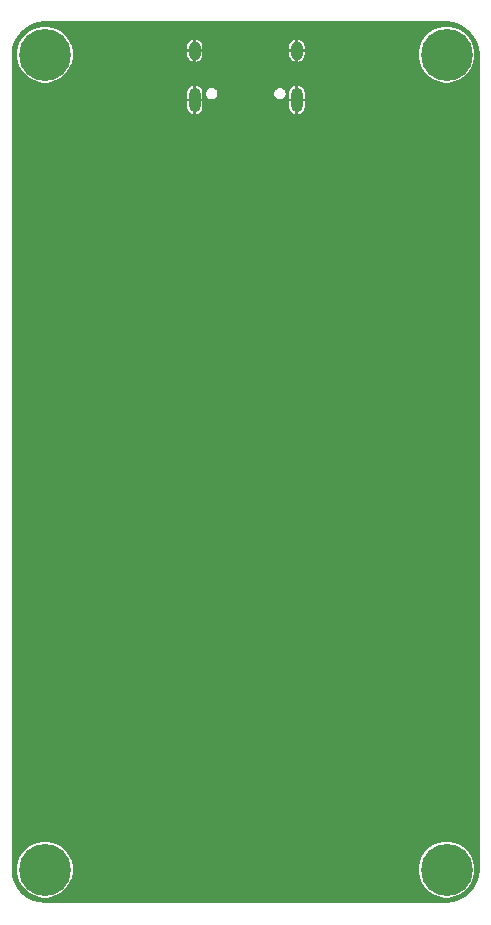
<source format=gbr>
G04 #@! TF.GenerationSoftware,KiCad,Pcbnew,(5.1.5-0-10_14)*
G04 #@! TF.CreationDate,2020-06-19T22:14:24+03:00*
G04 #@! TF.ProjectId,Rev.1,5265762e-312e-46b6-9963-61645f706362,1*
G04 #@! TF.SameCoordinates,PX839b680PY839b680*
G04 #@! TF.FileFunction,Copper,L2,Bot*
G04 #@! TF.FilePolarity,Positive*
%FSLAX46Y46*%
G04 Gerber Fmt 4.6, Leading zero omitted, Abs format (unit mm)*
G04 Created by KiCad (PCBNEW (5.1.5-0-10_14)) date 2020-06-19 22:14:24*
%MOMM*%
%LPD*%
G04 APERTURE LIST*
%ADD10C,4.400000*%
%ADD11C,0.700000*%
%ADD12O,1.000000X2.100000*%
%ADD13O,1.000000X1.600000*%
%ADD14C,0.160000*%
G04 APERTURE END LIST*
D10*
X3000000Y72000000D03*
D11*
X4650000Y72000000D03*
X4166726Y70833274D03*
X3000000Y70350000D03*
X1833274Y70833274D03*
X1350000Y72000000D03*
X1833274Y73166726D03*
X3000000Y73650000D03*
X4166726Y73166726D03*
X4166726Y4166726D03*
X3000000Y4650000D03*
X1833274Y4166726D03*
X1350000Y3000000D03*
X1833274Y1833274D03*
X3000000Y1350000D03*
X4166726Y1833274D03*
X4650000Y3000000D03*
D10*
X3000000Y3000000D03*
X37000000Y3000000D03*
D11*
X38650000Y3000000D03*
X38166726Y1833274D03*
X37000000Y1350000D03*
X35833274Y1833274D03*
X35350000Y3000000D03*
X35833274Y4166726D03*
X37000000Y4650000D03*
X38166726Y4166726D03*
X38166726Y73166726D03*
X37000000Y73650000D03*
X35833274Y73166726D03*
X35350000Y72000000D03*
X35833274Y70833274D03*
X37000000Y70350000D03*
X38166726Y70833274D03*
X38650000Y72000000D03*
D10*
X37000000Y72000000D03*
D12*
X15680000Y68170000D03*
X24320000Y68170000D03*
D13*
X24320000Y72350000D03*
X15680000Y72350000D03*
D14*
G36*
X37530982Y74681666D02*
G01*
X38041745Y74527458D01*
X38512821Y74276983D01*
X38926280Y73939774D01*
X39266364Y73528683D01*
X39520123Y73059365D01*
X39677894Y72549689D01*
X39734976Y72006595D01*
X39735001Y71999363D01*
X39735000Y3012958D01*
X39681666Y2469018D01*
X39527458Y1958255D01*
X39276981Y1487177D01*
X38939774Y1073720D01*
X38528683Y733636D01*
X38059365Y479877D01*
X37549689Y322106D01*
X37006595Y265024D01*
X36999650Y265000D01*
X3012958Y265000D01*
X2469018Y318334D01*
X1958255Y472542D01*
X1487177Y723019D01*
X1073720Y1060226D01*
X733636Y1471317D01*
X479877Y1940635D01*
X322106Y2450311D01*
X265024Y2993405D01*
X265000Y3000350D01*
X265000Y3240319D01*
X560000Y3240319D01*
X560000Y2759681D01*
X653768Y2288278D01*
X837700Y1844227D01*
X1104728Y1444591D01*
X1444591Y1104728D01*
X1844227Y837700D01*
X2288278Y653768D01*
X2759681Y560000D01*
X3240319Y560000D01*
X3711722Y653768D01*
X4155773Y837700D01*
X4555409Y1104728D01*
X4895272Y1444591D01*
X5162300Y1844227D01*
X5346232Y2288278D01*
X5440000Y2759681D01*
X5440000Y3240319D01*
X34560000Y3240319D01*
X34560000Y2759681D01*
X34653768Y2288278D01*
X34837700Y1844227D01*
X35104728Y1444591D01*
X35444591Y1104728D01*
X35844227Y837700D01*
X36288278Y653768D01*
X36759681Y560000D01*
X37240319Y560000D01*
X37711722Y653768D01*
X38155773Y837700D01*
X38555409Y1104728D01*
X38895272Y1444591D01*
X39162300Y1844227D01*
X39346232Y2288278D01*
X39440000Y2759681D01*
X39440000Y3240319D01*
X39346232Y3711722D01*
X39162300Y4155773D01*
X38895272Y4555409D01*
X38555409Y4895272D01*
X38155773Y5162300D01*
X37711722Y5346232D01*
X37240319Y5440000D01*
X36759681Y5440000D01*
X36288278Y5346232D01*
X35844227Y5162300D01*
X35444591Y4895272D01*
X35104728Y4555409D01*
X34837700Y4155773D01*
X34653768Y3711722D01*
X34560000Y3240319D01*
X5440000Y3240319D01*
X5346232Y3711722D01*
X5162300Y4155773D01*
X4895272Y4555409D01*
X4555409Y4895272D01*
X4155773Y5162300D01*
X3711722Y5346232D01*
X3240319Y5440000D01*
X2759681Y5440000D01*
X2288278Y5346232D01*
X1844227Y5162300D01*
X1444591Y4895272D01*
X1104728Y4555409D01*
X837700Y4155773D01*
X653768Y3711722D01*
X560000Y3240319D01*
X265000Y3240319D01*
X265000Y68140000D01*
X14940000Y68140000D01*
X14940000Y67590000D01*
X14960072Y67446210D01*
X15007810Y67309098D01*
X15081380Y67183934D01*
X15177955Y67075528D01*
X15293823Y66988046D01*
X15424531Y66924849D01*
X15534703Y66894404D01*
X15650000Y66940662D01*
X15650000Y68140000D01*
X15710000Y68140000D01*
X15710000Y66940662D01*
X15825297Y66894404D01*
X15935469Y66924849D01*
X16066177Y66988046D01*
X16182045Y67075528D01*
X16278620Y67183934D01*
X16352190Y67309098D01*
X16399928Y67446210D01*
X16420000Y67590000D01*
X16420000Y68140000D01*
X15710000Y68140000D01*
X15650000Y68140000D01*
X14940000Y68140000D01*
X265000Y68140000D01*
X265000Y68750000D01*
X14940000Y68750000D01*
X14940000Y68200000D01*
X15650000Y68200000D01*
X15650000Y69399338D01*
X15710000Y69399338D01*
X15710000Y68200000D01*
X16420000Y68200000D01*
X16420000Y68750000D01*
X16419212Y68755648D01*
X16545000Y68755648D01*
X16545000Y68644352D01*
X16566712Y68535196D01*
X16609303Y68432372D01*
X16671136Y68339833D01*
X16749833Y68261136D01*
X16842372Y68199303D01*
X16945196Y68156712D01*
X17054352Y68135000D01*
X17165648Y68135000D01*
X17274804Y68156712D01*
X17377628Y68199303D01*
X17470167Y68261136D01*
X17548864Y68339833D01*
X17610697Y68432372D01*
X17653288Y68535196D01*
X17675000Y68644352D01*
X17675000Y68755648D01*
X22325000Y68755648D01*
X22325000Y68644352D01*
X22346712Y68535196D01*
X22389303Y68432372D01*
X22451136Y68339833D01*
X22529833Y68261136D01*
X22622372Y68199303D01*
X22725196Y68156712D01*
X22834352Y68135000D01*
X22945648Y68135000D01*
X22970785Y68140000D01*
X23580000Y68140000D01*
X23580000Y67590000D01*
X23600072Y67446210D01*
X23647810Y67309098D01*
X23721380Y67183934D01*
X23817955Y67075528D01*
X23933823Y66988046D01*
X24064531Y66924849D01*
X24174703Y66894404D01*
X24290000Y66940662D01*
X24290000Y68140000D01*
X24350000Y68140000D01*
X24350000Y66940662D01*
X24465297Y66894404D01*
X24575469Y66924849D01*
X24706177Y66988046D01*
X24822045Y67075528D01*
X24918620Y67183934D01*
X24992190Y67309098D01*
X25039928Y67446210D01*
X25060000Y67590000D01*
X25060000Y68140000D01*
X24350000Y68140000D01*
X24290000Y68140000D01*
X23580000Y68140000D01*
X22970785Y68140000D01*
X23054804Y68156712D01*
X23157628Y68199303D01*
X23250167Y68261136D01*
X23328864Y68339833D01*
X23390697Y68432372D01*
X23433288Y68535196D01*
X23455000Y68644352D01*
X23455000Y68750000D01*
X23580000Y68750000D01*
X23580000Y68200000D01*
X24290000Y68200000D01*
X24290000Y69399338D01*
X24350000Y69399338D01*
X24350000Y68200000D01*
X25060000Y68200000D01*
X25060000Y68750000D01*
X25039928Y68893790D01*
X24992190Y69030902D01*
X24918620Y69156066D01*
X24822045Y69264472D01*
X24706177Y69351954D01*
X24575469Y69415151D01*
X24465297Y69445596D01*
X24350000Y69399338D01*
X24290000Y69399338D01*
X24174703Y69445596D01*
X24064531Y69415151D01*
X23933823Y69351954D01*
X23817955Y69264472D01*
X23721380Y69156066D01*
X23647810Y69030902D01*
X23600072Y68893790D01*
X23580000Y68750000D01*
X23455000Y68750000D01*
X23455000Y68755648D01*
X23433288Y68864804D01*
X23390697Y68967628D01*
X23328864Y69060167D01*
X23250167Y69138864D01*
X23157628Y69200697D01*
X23054804Y69243288D01*
X22945648Y69265000D01*
X22834352Y69265000D01*
X22725196Y69243288D01*
X22622372Y69200697D01*
X22529833Y69138864D01*
X22451136Y69060167D01*
X22389303Y68967628D01*
X22346712Y68864804D01*
X22325000Y68755648D01*
X17675000Y68755648D01*
X17653288Y68864804D01*
X17610697Y68967628D01*
X17548864Y69060167D01*
X17470167Y69138864D01*
X17377628Y69200697D01*
X17274804Y69243288D01*
X17165648Y69265000D01*
X17054352Y69265000D01*
X16945196Y69243288D01*
X16842372Y69200697D01*
X16749833Y69138864D01*
X16671136Y69060167D01*
X16609303Y68967628D01*
X16566712Y68864804D01*
X16545000Y68755648D01*
X16419212Y68755648D01*
X16399928Y68893790D01*
X16352190Y69030902D01*
X16278620Y69156066D01*
X16182045Y69264472D01*
X16066177Y69351954D01*
X15935469Y69415151D01*
X15825297Y69445596D01*
X15710000Y69399338D01*
X15650000Y69399338D01*
X15534703Y69445596D01*
X15424531Y69415151D01*
X15293823Y69351954D01*
X15177955Y69264472D01*
X15081380Y69156066D01*
X15007810Y69030902D01*
X14960072Y68893790D01*
X14940000Y68750000D01*
X265000Y68750000D01*
X265000Y71987041D01*
X289834Y72240319D01*
X560000Y72240319D01*
X560000Y71759681D01*
X653768Y71288278D01*
X837700Y70844227D01*
X1104728Y70444591D01*
X1444591Y70104728D01*
X1844227Y69837700D01*
X2288278Y69653768D01*
X2759681Y69560000D01*
X3240319Y69560000D01*
X3711722Y69653768D01*
X4155773Y69837700D01*
X4555409Y70104728D01*
X4895272Y70444591D01*
X5162300Y70844227D01*
X5346232Y71288278D01*
X5440000Y71759681D01*
X5440000Y72240319D01*
X5424151Y72320000D01*
X14940000Y72320000D01*
X14940000Y72020000D01*
X14960072Y71876210D01*
X15007810Y71739098D01*
X15081380Y71613934D01*
X15177955Y71505528D01*
X15293823Y71418046D01*
X15424531Y71354849D01*
X15534703Y71324404D01*
X15650000Y71370662D01*
X15650000Y72320000D01*
X15710000Y72320000D01*
X15710000Y71370662D01*
X15825297Y71324404D01*
X15935469Y71354849D01*
X16066177Y71418046D01*
X16182045Y71505528D01*
X16278620Y71613934D01*
X16352190Y71739098D01*
X16399928Y71876210D01*
X16420000Y72020000D01*
X16420000Y72320000D01*
X23580000Y72320000D01*
X23580000Y72020000D01*
X23600072Y71876210D01*
X23647810Y71739098D01*
X23721380Y71613934D01*
X23817955Y71505528D01*
X23933823Y71418046D01*
X24064531Y71354849D01*
X24174703Y71324404D01*
X24290000Y71370662D01*
X24290000Y72320000D01*
X24350000Y72320000D01*
X24350000Y71370662D01*
X24465297Y71324404D01*
X24575469Y71354849D01*
X24706177Y71418046D01*
X24822045Y71505528D01*
X24918620Y71613934D01*
X24992190Y71739098D01*
X25039928Y71876210D01*
X25060000Y72020000D01*
X25060000Y72240319D01*
X34560000Y72240319D01*
X34560000Y71759681D01*
X34653768Y71288278D01*
X34837700Y70844227D01*
X35104728Y70444591D01*
X35444591Y70104728D01*
X35844227Y69837700D01*
X36288278Y69653768D01*
X36759681Y69560000D01*
X37240319Y69560000D01*
X37711722Y69653768D01*
X38155773Y69837700D01*
X38555409Y70104728D01*
X38895272Y70444591D01*
X39162300Y70844227D01*
X39346232Y71288278D01*
X39440000Y71759681D01*
X39440000Y72240319D01*
X39346232Y72711722D01*
X39162300Y73155773D01*
X38895272Y73555409D01*
X38555409Y73895272D01*
X38155773Y74162300D01*
X37711722Y74346232D01*
X37240319Y74440000D01*
X36759681Y74440000D01*
X36288278Y74346232D01*
X35844227Y74162300D01*
X35444591Y73895272D01*
X35104728Y73555409D01*
X34837700Y73155773D01*
X34653768Y72711722D01*
X34560000Y72240319D01*
X25060000Y72240319D01*
X25060000Y72320000D01*
X24350000Y72320000D01*
X24290000Y72320000D01*
X23580000Y72320000D01*
X16420000Y72320000D01*
X15710000Y72320000D01*
X15650000Y72320000D01*
X14940000Y72320000D01*
X5424151Y72320000D01*
X5352542Y72680000D01*
X14940000Y72680000D01*
X14940000Y72380000D01*
X15650000Y72380000D01*
X15650000Y73329338D01*
X15710000Y73329338D01*
X15710000Y72380000D01*
X16420000Y72380000D01*
X16420000Y72680000D01*
X23580000Y72680000D01*
X23580000Y72380000D01*
X24290000Y72380000D01*
X24290000Y73329338D01*
X24350000Y73329338D01*
X24350000Y72380000D01*
X25060000Y72380000D01*
X25060000Y72680000D01*
X25039928Y72823790D01*
X24992190Y72960902D01*
X24918620Y73086066D01*
X24822045Y73194472D01*
X24706177Y73281954D01*
X24575469Y73345151D01*
X24465297Y73375596D01*
X24350000Y73329338D01*
X24290000Y73329338D01*
X24174703Y73375596D01*
X24064531Y73345151D01*
X23933823Y73281954D01*
X23817955Y73194472D01*
X23721380Y73086066D01*
X23647810Y72960902D01*
X23600072Y72823790D01*
X23580000Y72680000D01*
X16420000Y72680000D01*
X16399928Y72823790D01*
X16352190Y72960902D01*
X16278620Y73086066D01*
X16182045Y73194472D01*
X16066177Y73281954D01*
X15935469Y73345151D01*
X15825297Y73375596D01*
X15710000Y73329338D01*
X15650000Y73329338D01*
X15534703Y73375596D01*
X15424531Y73345151D01*
X15293823Y73281954D01*
X15177955Y73194472D01*
X15081380Y73086066D01*
X15007810Y72960902D01*
X14960072Y72823790D01*
X14940000Y72680000D01*
X5352542Y72680000D01*
X5346232Y72711722D01*
X5162300Y73155773D01*
X4895272Y73555409D01*
X4555409Y73895272D01*
X4155773Y74162300D01*
X3711722Y74346232D01*
X3240319Y74440000D01*
X2759681Y74440000D01*
X2288278Y74346232D01*
X1844227Y74162300D01*
X1444591Y73895272D01*
X1104728Y73555409D01*
X837700Y73155773D01*
X653768Y72711722D01*
X560000Y72240319D01*
X289834Y72240319D01*
X318334Y72530982D01*
X472542Y73041745D01*
X723017Y73512821D01*
X1060226Y73926280D01*
X1471317Y74266364D01*
X1940635Y74520123D01*
X2450311Y74677894D01*
X2993405Y74734976D01*
X3000350Y74735000D01*
X36987041Y74735000D01*
X37530982Y74681666D01*
G37*
X37530982Y74681666D02*
X38041745Y74527458D01*
X38512821Y74276983D01*
X38926280Y73939774D01*
X39266364Y73528683D01*
X39520123Y73059365D01*
X39677894Y72549689D01*
X39734976Y72006595D01*
X39735001Y71999363D01*
X39735000Y3012958D01*
X39681666Y2469018D01*
X39527458Y1958255D01*
X39276981Y1487177D01*
X38939774Y1073720D01*
X38528683Y733636D01*
X38059365Y479877D01*
X37549689Y322106D01*
X37006595Y265024D01*
X36999650Y265000D01*
X3012958Y265000D01*
X2469018Y318334D01*
X1958255Y472542D01*
X1487177Y723019D01*
X1073720Y1060226D01*
X733636Y1471317D01*
X479877Y1940635D01*
X322106Y2450311D01*
X265024Y2993405D01*
X265000Y3000350D01*
X265000Y3240319D01*
X560000Y3240319D01*
X560000Y2759681D01*
X653768Y2288278D01*
X837700Y1844227D01*
X1104728Y1444591D01*
X1444591Y1104728D01*
X1844227Y837700D01*
X2288278Y653768D01*
X2759681Y560000D01*
X3240319Y560000D01*
X3711722Y653768D01*
X4155773Y837700D01*
X4555409Y1104728D01*
X4895272Y1444591D01*
X5162300Y1844227D01*
X5346232Y2288278D01*
X5440000Y2759681D01*
X5440000Y3240319D01*
X34560000Y3240319D01*
X34560000Y2759681D01*
X34653768Y2288278D01*
X34837700Y1844227D01*
X35104728Y1444591D01*
X35444591Y1104728D01*
X35844227Y837700D01*
X36288278Y653768D01*
X36759681Y560000D01*
X37240319Y560000D01*
X37711722Y653768D01*
X38155773Y837700D01*
X38555409Y1104728D01*
X38895272Y1444591D01*
X39162300Y1844227D01*
X39346232Y2288278D01*
X39440000Y2759681D01*
X39440000Y3240319D01*
X39346232Y3711722D01*
X39162300Y4155773D01*
X38895272Y4555409D01*
X38555409Y4895272D01*
X38155773Y5162300D01*
X37711722Y5346232D01*
X37240319Y5440000D01*
X36759681Y5440000D01*
X36288278Y5346232D01*
X35844227Y5162300D01*
X35444591Y4895272D01*
X35104728Y4555409D01*
X34837700Y4155773D01*
X34653768Y3711722D01*
X34560000Y3240319D01*
X5440000Y3240319D01*
X5346232Y3711722D01*
X5162300Y4155773D01*
X4895272Y4555409D01*
X4555409Y4895272D01*
X4155773Y5162300D01*
X3711722Y5346232D01*
X3240319Y5440000D01*
X2759681Y5440000D01*
X2288278Y5346232D01*
X1844227Y5162300D01*
X1444591Y4895272D01*
X1104728Y4555409D01*
X837700Y4155773D01*
X653768Y3711722D01*
X560000Y3240319D01*
X265000Y3240319D01*
X265000Y68140000D01*
X14940000Y68140000D01*
X14940000Y67590000D01*
X14960072Y67446210D01*
X15007810Y67309098D01*
X15081380Y67183934D01*
X15177955Y67075528D01*
X15293823Y66988046D01*
X15424531Y66924849D01*
X15534703Y66894404D01*
X15650000Y66940662D01*
X15650000Y68140000D01*
X15710000Y68140000D01*
X15710000Y66940662D01*
X15825297Y66894404D01*
X15935469Y66924849D01*
X16066177Y66988046D01*
X16182045Y67075528D01*
X16278620Y67183934D01*
X16352190Y67309098D01*
X16399928Y67446210D01*
X16420000Y67590000D01*
X16420000Y68140000D01*
X15710000Y68140000D01*
X15650000Y68140000D01*
X14940000Y68140000D01*
X265000Y68140000D01*
X265000Y68750000D01*
X14940000Y68750000D01*
X14940000Y68200000D01*
X15650000Y68200000D01*
X15650000Y69399338D01*
X15710000Y69399338D01*
X15710000Y68200000D01*
X16420000Y68200000D01*
X16420000Y68750000D01*
X16419212Y68755648D01*
X16545000Y68755648D01*
X16545000Y68644352D01*
X16566712Y68535196D01*
X16609303Y68432372D01*
X16671136Y68339833D01*
X16749833Y68261136D01*
X16842372Y68199303D01*
X16945196Y68156712D01*
X17054352Y68135000D01*
X17165648Y68135000D01*
X17274804Y68156712D01*
X17377628Y68199303D01*
X17470167Y68261136D01*
X17548864Y68339833D01*
X17610697Y68432372D01*
X17653288Y68535196D01*
X17675000Y68644352D01*
X17675000Y68755648D01*
X22325000Y68755648D01*
X22325000Y68644352D01*
X22346712Y68535196D01*
X22389303Y68432372D01*
X22451136Y68339833D01*
X22529833Y68261136D01*
X22622372Y68199303D01*
X22725196Y68156712D01*
X22834352Y68135000D01*
X22945648Y68135000D01*
X22970785Y68140000D01*
X23580000Y68140000D01*
X23580000Y67590000D01*
X23600072Y67446210D01*
X23647810Y67309098D01*
X23721380Y67183934D01*
X23817955Y67075528D01*
X23933823Y66988046D01*
X24064531Y66924849D01*
X24174703Y66894404D01*
X24290000Y66940662D01*
X24290000Y68140000D01*
X24350000Y68140000D01*
X24350000Y66940662D01*
X24465297Y66894404D01*
X24575469Y66924849D01*
X24706177Y66988046D01*
X24822045Y67075528D01*
X24918620Y67183934D01*
X24992190Y67309098D01*
X25039928Y67446210D01*
X25060000Y67590000D01*
X25060000Y68140000D01*
X24350000Y68140000D01*
X24290000Y68140000D01*
X23580000Y68140000D01*
X22970785Y68140000D01*
X23054804Y68156712D01*
X23157628Y68199303D01*
X23250167Y68261136D01*
X23328864Y68339833D01*
X23390697Y68432372D01*
X23433288Y68535196D01*
X23455000Y68644352D01*
X23455000Y68750000D01*
X23580000Y68750000D01*
X23580000Y68200000D01*
X24290000Y68200000D01*
X24290000Y69399338D01*
X24350000Y69399338D01*
X24350000Y68200000D01*
X25060000Y68200000D01*
X25060000Y68750000D01*
X25039928Y68893790D01*
X24992190Y69030902D01*
X24918620Y69156066D01*
X24822045Y69264472D01*
X24706177Y69351954D01*
X24575469Y69415151D01*
X24465297Y69445596D01*
X24350000Y69399338D01*
X24290000Y69399338D01*
X24174703Y69445596D01*
X24064531Y69415151D01*
X23933823Y69351954D01*
X23817955Y69264472D01*
X23721380Y69156066D01*
X23647810Y69030902D01*
X23600072Y68893790D01*
X23580000Y68750000D01*
X23455000Y68750000D01*
X23455000Y68755648D01*
X23433288Y68864804D01*
X23390697Y68967628D01*
X23328864Y69060167D01*
X23250167Y69138864D01*
X23157628Y69200697D01*
X23054804Y69243288D01*
X22945648Y69265000D01*
X22834352Y69265000D01*
X22725196Y69243288D01*
X22622372Y69200697D01*
X22529833Y69138864D01*
X22451136Y69060167D01*
X22389303Y68967628D01*
X22346712Y68864804D01*
X22325000Y68755648D01*
X17675000Y68755648D01*
X17653288Y68864804D01*
X17610697Y68967628D01*
X17548864Y69060167D01*
X17470167Y69138864D01*
X17377628Y69200697D01*
X17274804Y69243288D01*
X17165648Y69265000D01*
X17054352Y69265000D01*
X16945196Y69243288D01*
X16842372Y69200697D01*
X16749833Y69138864D01*
X16671136Y69060167D01*
X16609303Y68967628D01*
X16566712Y68864804D01*
X16545000Y68755648D01*
X16419212Y68755648D01*
X16399928Y68893790D01*
X16352190Y69030902D01*
X16278620Y69156066D01*
X16182045Y69264472D01*
X16066177Y69351954D01*
X15935469Y69415151D01*
X15825297Y69445596D01*
X15710000Y69399338D01*
X15650000Y69399338D01*
X15534703Y69445596D01*
X15424531Y69415151D01*
X15293823Y69351954D01*
X15177955Y69264472D01*
X15081380Y69156066D01*
X15007810Y69030902D01*
X14960072Y68893790D01*
X14940000Y68750000D01*
X265000Y68750000D01*
X265000Y71987041D01*
X289834Y72240319D01*
X560000Y72240319D01*
X560000Y71759681D01*
X653768Y71288278D01*
X837700Y70844227D01*
X1104728Y70444591D01*
X1444591Y70104728D01*
X1844227Y69837700D01*
X2288278Y69653768D01*
X2759681Y69560000D01*
X3240319Y69560000D01*
X3711722Y69653768D01*
X4155773Y69837700D01*
X4555409Y70104728D01*
X4895272Y70444591D01*
X5162300Y70844227D01*
X5346232Y71288278D01*
X5440000Y71759681D01*
X5440000Y72240319D01*
X5424151Y72320000D01*
X14940000Y72320000D01*
X14940000Y72020000D01*
X14960072Y71876210D01*
X15007810Y71739098D01*
X15081380Y71613934D01*
X15177955Y71505528D01*
X15293823Y71418046D01*
X15424531Y71354849D01*
X15534703Y71324404D01*
X15650000Y71370662D01*
X15650000Y72320000D01*
X15710000Y72320000D01*
X15710000Y71370662D01*
X15825297Y71324404D01*
X15935469Y71354849D01*
X16066177Y71418046D01*
X16182045Y71505528D01*
X16278620Y71613934D01*
X16352190Y71739098D01*
X16399928Y71876210D01*
X16420000Y72020000D01*
X16420000Y72320000D01*
X23580000Y72320000D01*
X23580000Y72020000D01*
X23600072Y71876210D01*
X23647810Y71739098D01*
X23721380Y71613934D01*
X23817955Y71505528D01*
X23933823Y71418046D01*
X24064531Y71354849D01*
X24174703Y71324404D01*
X24290000Y71370662D01*
X24290000Y72320000D01*
X24350000Y72320000D01*
X24350000Y71370662D01*
X24465297Y71324404D01*
X24575469Y71354849D01*
X24706177Y71418046D01*
X24822045Y71505528D01*
X24918620Y71613934D01*
X24992190Y71739098D01*
X25039928Y71876210D01*
X25060000Y72020000D01*
X25060000Y72240319D01*
X34560000Y72240319D01*
X34560000Y71759681D01*
X34653768Y71288278D01*
X34837700Y70844227D01*
X35104728Y70444591D01*
X35444591Y70104728D01*
X35844227Y69837700D01*
X36288278Y69653768D01*
X36759681Y69560000D01*
X37240319Y69560000D01*
X37711722Y69653768D01*
X38155773Y69837700D01*
X38555409Y70104728D01*
X38895272Y70444591D01*
X39162300Y70844227D01*
X39346232Y71288278D01*
X39440000Y71759681D01*
X39440000Y72240319D01*
X39346232Y72711722D01*
X39162300Y73155773D01*
X38895272Y73555409D01*
X38555409Y73895272D01*
X38155773Y74162300D01*
X37711722Y74346232D01*
X37240319Y74440000D01*
X36759681Y74440000D01*
X36288278Y74346232D01*
X35844227Y74162300D01*
X35444591Y73895272D01*
X35104728Y73555409D01*
X34837700Y73155773D01*
X34653768Y72711722D01*
X34560000Y72240319D01*
X25060000Y72240319D01*
X25060000Y72320000D01*
X24350000Y72320000D01*
X24290000Y72320000D01*
X23580000Y72320000D01*
X16420000Y72320000D01*
X15710000Y72320000D01*
X15650000Y72320000D01*
X14940000Y72320000D01*
X5424151Y72320000D01*
X5352542Y72680000D01*
X14940000Y72680000D01*
X14940000Y72380000D01*
X15650000Y72380000D01*
X15650000Y73329338D01*
X15710000Y73329338D01*
X15710000Y72380000D01*
X16420000Y72380000D01*
X16420000Y72680000D01*
X23580000Y72680000D01*
X23580000Y72380000D01*
X24290000Y72380000D01*
X24290000Y73329338D01*
X24350000Y73329338D01*
X24350000Y72380000D01*
X25060000Y72380000D01*
X25060000Y72680000D01*
X25039928Y72823790D01*
X24992190Y72960902D01*
X24918620Y73086066D01*
X24822045Y73194472D01*
X24706177Y73281954D01*
X24575469Y73345151D01*
X24465297Y73375596D01*
X24350000Y73329338D01*
X24290000Y73329338D01*
X24174703Y73375596D01*
X24064531Y73345151D01*
X23933823Y73281954D01*
X23817955Y73194472D01*
X23721380Y73086066D01*
X23647810Y72960902D01*
X23600072Y72823790D01*
X23580000Y72680000D01*
X16420000Y72680000D01*
X16399928Y72823790D01*
X16352190Y72960902D01*
X16278620Y73086066D01*
X16182045Y73194472D01*
X16066177Y73281954D01*
X15935469Y73345151D01*
X15825297Y73375596D01*
X15710000Y73329338D01*
X15650000Y73329338D01*
X15534703Y73375596D01*
X15424531Y73345151D01*
X15293823Y73281954D01*
X15177955Y73194472D01*
X15081380Y73086066D01*
X15007810Y72960902D01*
X14960072Y72823790D01*
X14940000Y72680000D01*
X5352542Y72680000D01*
X5346232Y72711722D01*
X5162300Y73155773D01*
X4895272Y73555409D01*
X4555409Y73895272D01*
X4155773Y74162300D01*
X3711722Y74346232D01*
X3240319Y74440000D01*
X2759681Y74440000D01*
X2288278Y74346232D01*
X1844227Y74162300D01*
X1444591Y73895272D01*
X1104728Y73555409D01*
X837700Y73155773D01*
X653768Y72711722D01*
X560000Y72240319D01*
X289834Y72240319D01*
X318334Y72530982D01*
X472542Y73041745D01*
X723017Y73512821D01*
X1060226Y73926280D01*
X1471317Y74266364D01*
X1940635Y74520123D01*
X2450311Y74677894D01*
X2993405Y74734976D01*
X3000350Y74735000D01*
X36987041Y74735000D01*
X37530982Y74681666D01*
M02*

</source>
